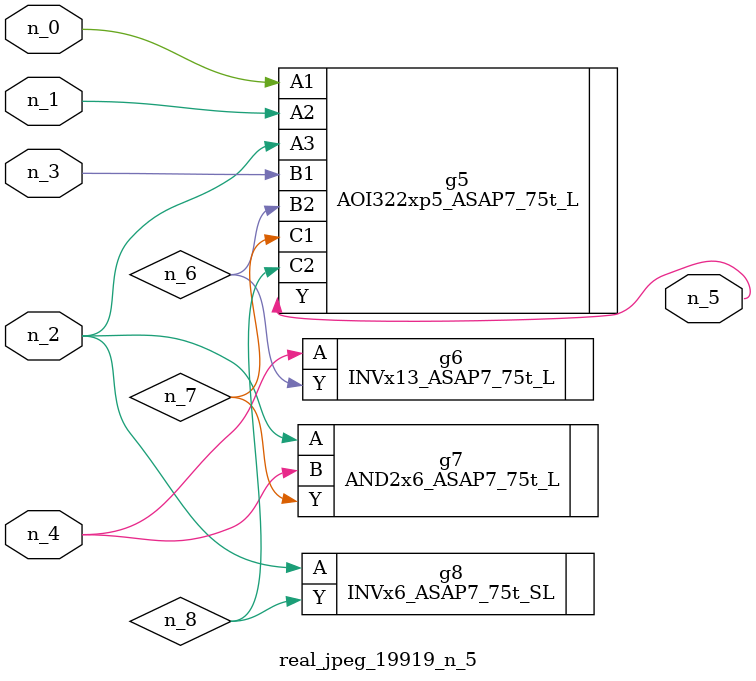
<source format=v>
module real_jpeg_19919_n_5 (n_4, n_0, n_1, n_2, n_3, n_5);

input n_4;
input n_0;
input n_1;
input n_2;
input n_3;

output n_5;

wire n_8;
wire n_6;
wire n_7;

AOI322xp5_ASAP7_75t_L g5 ( 
.A1(n_0),
.A2(n_1),
.A3(n_2),
.B1(n_3),
.B2(n_6),
.C1(n_7),
.C2(n_8),
.Y(n_5)
);

AND2x6_ASAP7_75t_L g7 ( 
.A(n_2),
.B(n_4),
.Y(n_7)
);

INVx6_ASAP7_75t_SL g8 ( 
.A(n_2),
.Y(n_8)
);

INVx13_ASAP7_75t_L g6 ( 
.A(n_4),
.Y(n_6)
);


endmodule
</source>
